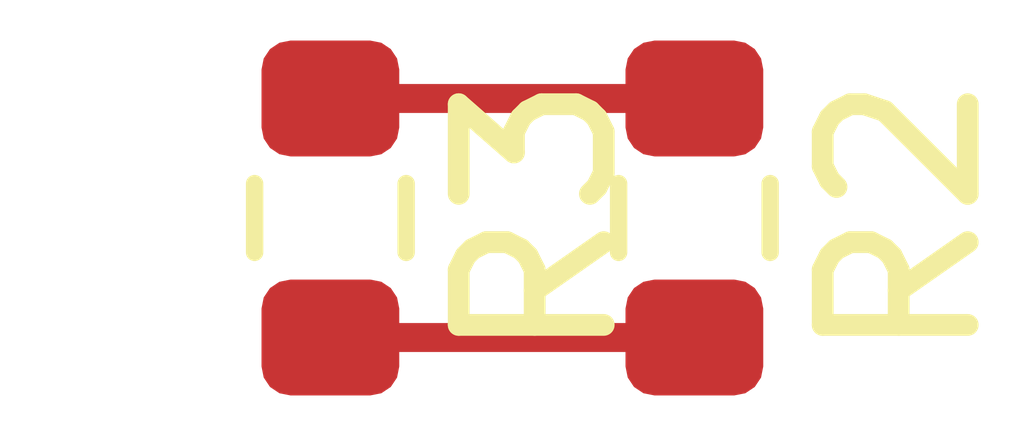
<source format=kicad_pcb>
(kicad_pcb (version 20240108) (generator "pcbnew") (generator_version "8.0")
  (layers (0 "F.Cu" signal) (31 "B.Cu" signal) (34 "B.Paste" user) (35 "F.Paste" user) (36 "B.SilkS" user "B.Silkscreen") (37 "F.SilkS" user "F.Silkscreen") (38 "B.Mask" user) (39 "F.Mask" user) (44 "Edge.Cuts" user))
  (net 0 "")
  (net 1 "GND")
  (net 2 "Net-(R2-Pad1)")
  (footprint "Resistor_SMD:R_0603_1608Metric" (layer "F.Cu") (at 129 102.2 -90)
    (property "Reference" "R3" (at 0 -1.43 90) (layer "F.SilkS"))
    (property "Value" "R")
    (fp_line (start -0.237258 0.5225) (end 0.237258 0.5225) (stroke (width 0.12)) (layer "F.SilkS"))
    (fp_line (start -0.237258 -0.5225) (end 0.237258 -0.5225) (stroke (width 0.12)) (layer "F.SilkS"))
    (pad "1" smd roundrect (at -0.825 0 270) (size 0.8 0.95) (layers "F.Cu" "F.Paste" "F.Mask") (net 2 "Net-(R2-Pad1)"))
    (pad "2" smd roundrect (at 0.825 0 270) (size 0.8 0.95) (layers "F.Cu" "F.Paste" "F.Mask") (net 1 "GND"))
  )
  (footprint "Resistor_SMD:R_0603_1608Metric" (layer "F.Cu") (at 131.51 102.2 -90)
    (property "Reference" "R2" (at 0 -1.43 90) (layer "F.SilkS"))
    (property "Value" "R")
    (fp_line (start -0.237258 0.5225) (end 0.237258 0.5225) (stroke (width 0.12)) (layer "F.SilkS"))
    (fp_line (start -0.237258 -0.5225) (end 0.237258 -0.5225) (stroke (width 0.12)) (layer "F.SilkS"))
    (pad "1" smd roundrect (at -0.825 0 270) (size 0.8 0.95) (layers "F.Cu" "F.Paste" "F.Mask") (net 2 "Net-(R2-Pad1)"))
    (pad "2" smd roundrect (at 0.825 0 270) (size 0.8 0.95) (layers "F.Cu" "F.Paste" "F.Mask") (net 1 "GND"))
  )
  (segment (start 129 103.025) (end 131.51 103.025) (width 0.2) (layer "F.Cu") (net 1))
  (segment (start 129 101.375) (end 131.51 101.375) (width 0.2) (layer "F.Cu") (net 2))
)
</source>
